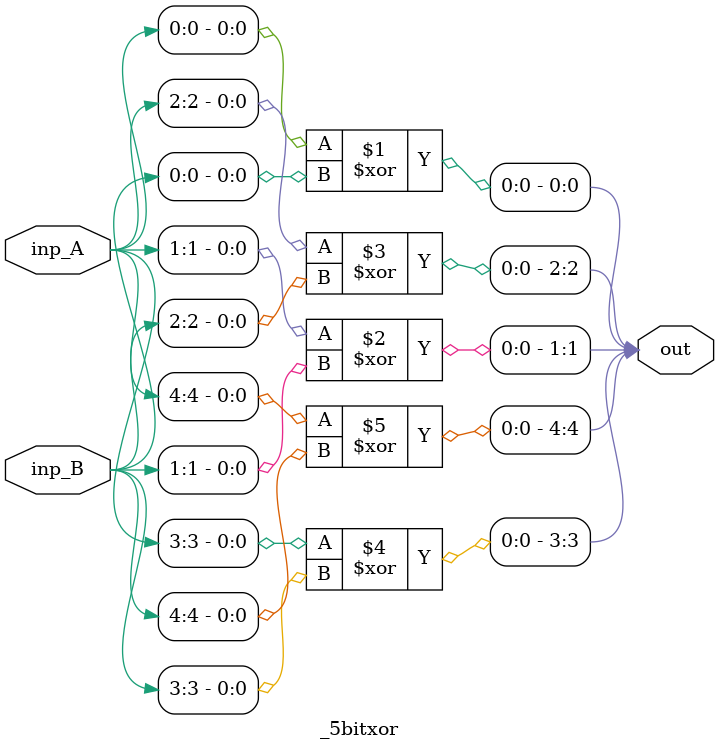
<source format=v>
module _5bitxor(out,inp_A,inp_B);
input[4:0] inp_A;
input[4:0] inp_B;
output[4:0] out;
xor xorof0(out[0],inp_A[0],inp_B[0]);
xor xorof1(out[1],inp_A[1],inp_B[1]);
xor xorof2(out[2],inp_A[2],inp_B[2]);
xor xorof3(out[3],inp_A[3],inp_B[3]);
xor xorof4(out[4],inp_A[4],inp_B[4]);
endmodule
</source>
